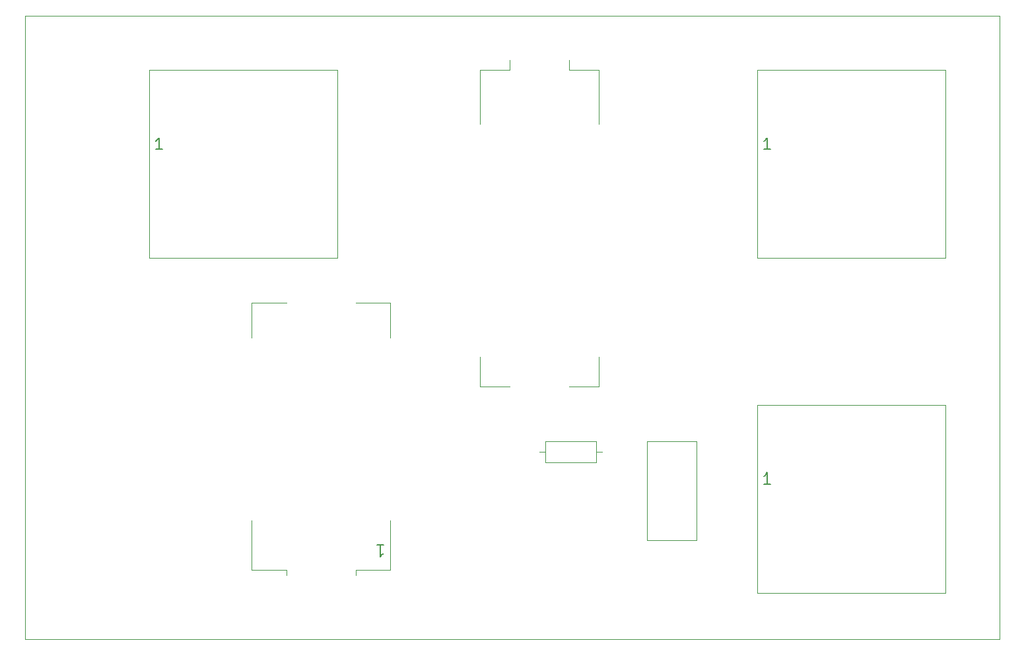
<source format=gbr>
%TF.GenerationSoftware,KiCad,Pcbnew,6.0.11+dfsg-1*%
%TF.CreationDate,2024-04-17T23:55:35+03:00*%
%TF.ProjectId,remote,72656d6f-7465-42e6-9b69-6361645f7063,rev?*%
%TF.SameCoordinates,Original*%
%TF.FileFunction,Legend,Top*%
%TF.FilePolarity,Positive*%
%FSLAX46Y46*%
G04 Gerber Fmt 4.6, Leading zero omitted, Abs format (unit mm)*
G04 Created by KiCad (PCBNEW 6.0.11+dfsg-1) date 2024-04-17 23:55:35*
%MOMM*%
%LPD*%
G01*
G04 APERTURE LIST*
%TA.AperFunction,Profile*%
%ADD10C,0.100000*%
%TD*%
%ADD11C,0.150000*%
%ADD12C,0.120000*%
G04 APERTURE END LIST*
D10*
X49000000Y-97000000D02*
X174000000Y-97000000D01*
X174000000Y-97000000D02*
X174000000Y-177000000D01*
X174000000Y-177000000D02*
X49000000Y-177000000D01*
X49000000Y-177000000D02*
X49000000Y-97000000D01*
D11*
%TO.C,U2*%
X94191428Y-164926428D02*
X95048571Y-164926428D01*
X94620000Y-164926428D02*
X94620000Y-166426428D01*
X94762857Y-166212142D01*
X94905714Y-166069285D01*
X95048571Y-165997857D01*
%TO.C,U5*%
X66633571Y-114138571D02*
X65776428Y-114138571D01*
X66205000Y-114138571D02*
X66205000Y-112638571D01*
X66062142Y-112852857D01*
X65919285Y-112995714D01*
X65776428Y-113067142D01*
%TO.C,U4*%
X144633571Y-114138571D02*
X143776428Y-114138571D01*
X144205000Y-114138571D02*
X144205000Y-112638571D01*
X144062142Y-112852857D01*
X143919285Y-112995714D01*
X143776428Y-113067142D01*
%TO.C,U3*%
X144633571Y-157138571D02*
X143776428Y-157138571D01*
X144205000Y-157138571D02*
X144205000Y-155638571D01*
X144062142Y-155852857D01*
X143919285Y-155995714D01*
X143776428Y-156067142D01*
D12*
%TO.C,U1*%
X111190000Y-102642500D02*
X111190000Y-103912500D01*
X118810000Y-103912500D02*
X122620000Y-103912500D01*
X122620000Y-144552500D02*
X118810000Y-144552500D01*
X118810000Y-102642500D02*
X118810000Y-103912500D01*
X122620000Y-140742500D02*
X122620000Y-144552500D01*
X111190000Y-103912500D02*
X107380000Y-103912500D01*
X122620000Y-103912500D02*
X122620000Y-110897500D01*
X107380000Y-144552500D02*
X111190000Y-144552500D01*
X107380000Y-140742500D02*
X107380000Y-144552500D01*
X107380000Y-103912500D02*
X107380000Y-110897500D01*
%TO.C,U2*%
X78110000Y-133855000D02*
X82555000Y-133855000D01*
X95890000Y-168145000D02*
X95890000Y-161795000D01*
X78110000Y-168145000D02*
X82555000Y-168145000D01*
X91445000Y-168145000D02*
X95890000Y-168145000D01*
X78110000Y-138300000D02*
X78110000Y-133855000D01*
X78110000Y-161795000D02*
X78110000Y-168145000D01*
X91445000Y-168780000D02*
X91445000Y-168145000D01*
X82555000Y-168145000D02*
X82555000Y-168780000D01*
X95890000Y-133855000D02*
X91445000Y-133855000D01*
X95890000Y-138300000D02*
X95890000Y-133855000D01*
%TO.C,S1*%
X135175000Y-164350000D02*
X128825000Y-164350000D01*
X128825000Y-164350000D02*
X128825000Y-151650000D01*
X128825000Y-151650000D02*
X135175000Y-151650000D01*
X135175000Y-151650000D02*
X135175000Y-164350000D01*
%TO.C,U5*%
X64935000Y-103935000D02*
X89065000Y-103935000D01*
X89065000Y-103935000D02*
X89065000Y-128065000D01*
X89065000Y-128065000D02*
X64935000Y-128065000D01*
X64935000Y-128065000D02*
X64935000Y-103935000D01*
%TO.C,U4*%
X142935000Y-103935000D02*
X167065000Y-103935000D01*
X167065000Y-103935000D02*
X167065000Y-128065000D01*
X167065000Y-128065000D02*
X142935000Y-128065000D01*
X142935000Y-128065000D02*
X142935000Y-103935000D01*
%TO.C,R1*%
X122270000Y-154370000D02*
X122270000Y-151630000D01*
X122270000Y-151630000D02*
X115730000Y-151630000D01*
X115730000Y-154370000D02*
X122270000Y-154370000D01*
X114960000Y-153000000D02*
X115730000Y-153000000D01*
X123040000Y-153000000D02*
X122270000Y-153000000D01*
X115730000Y-151630000D02*
X115730000Y-154370000D01*
%TO.C,U3*%
X142935000Y-146935000D02*
X167065000Y-146935000D01*
X167065000Y-146935000D02*
X167065000Y-171065000D01*
X167065000Y-171065000D02*
X142935000Y-171065000D01*
X142935000Y-171065000D02*
X142935000Y-146935000D01*
%TD*%
M02*

</source>
